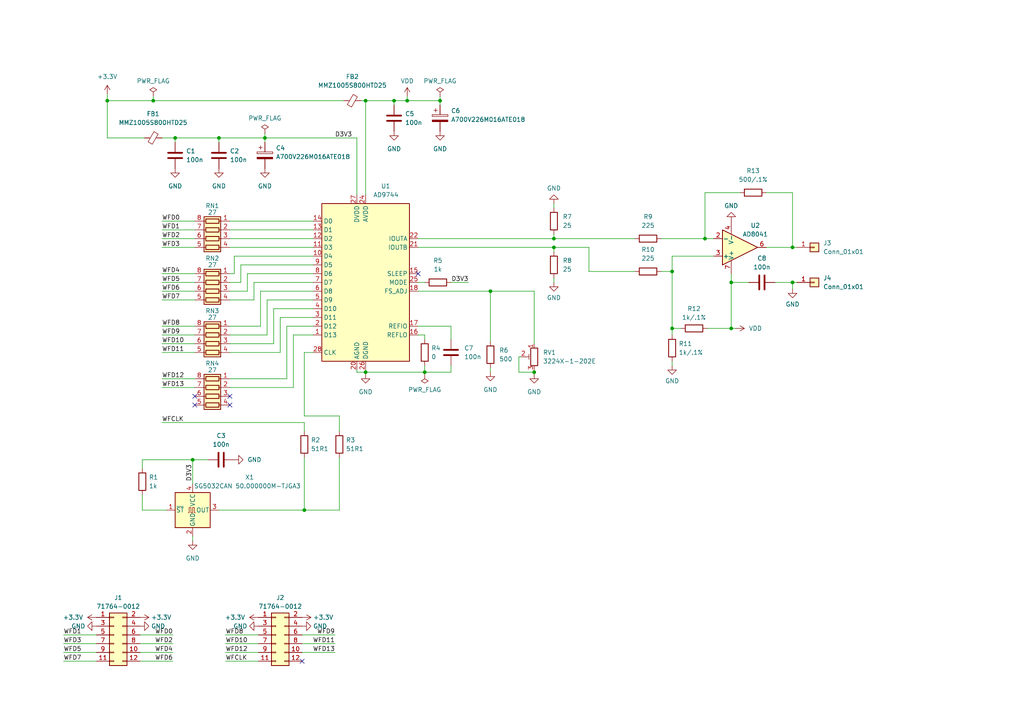
<source format=kicad_sch>
(kicad_sch (version 20230121) (generator eeschema)
  (paper "A4")
  (lib_symbols
    (symbol "Amplifier_Operational:AD8001AR" (pin_names (offset 0.127))
      (property "Reference" "U" (at 0 6.35 0))
      (property "Value" "AD8001AR" (at 0 3.81 0))
      (symbol "AD8001AR_0_1"
        (polyline (pts (xy -5.08 5.08) (xy 5.08 0) (xy -5.08 -5.08) (xy -5.08 5.08)) (stroke (width 0.254)) (fill (type background)))
      )
      (symbol "AD8001AR_1_1"
        (pin no_connect line (at -2.54 2.54 270) (length 2.54) hide (name "NC") (number "1"))
        (pin input line (at -7.62 -2.54 0) (length 2.54) (name "-") (number "2"))
        (pin input line (at -7.62 2.54 0) (length 2.54) (name "+") (number "3"))
        (pin power_in line (at -2.54 -7.62 90) (length 3.81) (name "V-") (number "4"))
        (pin no_connect line (at 0 2.54 270) (length 2.54) hide (name "NC") (number "5"))
        (pin output line (at 7.62 0 180) (length 2.54) (name "~") (number "6"))
        (pin power_in line (at -2.54 7.62 270) (length 3.81) (name "V+") (number "7"))
        (pin no_connect line (at 0 -2.54 90) (length 2.54) hide (name "NC") (number "8"))
      )
    )
    (symbol "Analog_DAC:AD9744"
      (property "Reference" "U" (at -10.16 -24.13 0))
      (property "Value" "AD9744" (at 7.62 24.13 0))
      (symbol "AD9744_0_1"
        (rectangle (start 12.7 22.86) (end -12.7 -22.86) (stroke (width 0.254)) (fill (type background)))
      )
      (symbol "AD9744_1_1"
        (pin input line (at -15.24 -15.24 0) (length 2.54) (name "D13") (number "1"))
        (pin input line (at -15.24 7.62 0) (length 2.54) (name "D4") (number "10"))
        (pin input line (at -15.24 10.16 0) (length 2.54) (name "D3") (number "11"))
        (pin input line (at -15.24 12.7 0) (length 2.54) (name "D2") (number "12"))
        (pin input line (at -15.24 15.24 0) (length 2.54) (name "D1") (number "13"))
        (pin input line (at -15.24 17.78 0) (length 2.54) (name "D0") (number "14"))
        (pin input line (at 15.24 2.54 180) (length 2.54) (name "SLEEP") (number "15"))
        (pin input line (at 15.24 -15.24 180) (length 2.54) (name "REFLO") (number "16"))
        (pin input line (at 15.24 -12.7 180) (length 2.54) (name "REFIO") (number "17"))
        (pin input line (at 15.24 -2.54 180) (length 2.54) (name "FS_ADJ") (number "18"))
        (pin input line (at -15.24 -12.7 0) (length 2.54) (name "D12") (number "2"))
        (pin power_in line (at -2.54 -25.4 90) (length 2.54) (name "AGND") (number "20"))
        (pin output line (at 15.24 10.16 180) (length 2.54) (name "IOUTB") (number "21"))
        (pin output line (at 15.24 12.7 180) (length 2.54) (name "IOUTA") (number "22"))
        (pin power_in line (at 0 25.4 270) (length 2.54) (name "AVDD") (number "24"))
        (pin input line (at 15.24 0 180) (length 2.54) (name "MODE") (number "25"))
        (pin power_in line (at 0 -25.4 90) (length 2.54) (name "DGND") (number "26"))
        (pin power_in line (at -2.54 25.4 270) (length 2.54) (name "DVDD") (number "27"))
        (pin input line (at -15.24 -20.32 0) (length 2.54) (name "CLK") (number "28"))
        (pin input line (at -15.24 -10.16 0) (length 2.54) (name "D11") (number "3"))
        (pin input line (at -15.24 -7.62 0) (length 2.54) (name "D10") (number "4"))
        (pin input line (at -15.24 -5.08 0) (length 2.54) (name "D9") (number "5"))
        (pin input line (at -15.24 -2.54 0) (length 2.54) (name "D8") (number "6"))
        (pin input line (at -15.24 0 0) (length 2.54) (name "D7") (number "7"))
        (pin input line (at -15.24 2.54 0) (length 2.54) (name "D6") (number "8"))
        (pin input line (at -15.24 5.08 0) (length 2.54) (name "D5") (number "9"))
      )
    )
    (symbol "Connector_Generic:Conn_01x01" (pin_names (offset 1.016) hide)
      (property "Reference" "J" (at 0 2.54 0))
      (property "Value" "Conn_01x01" (at 0 -2.54 0))
      (symbol "Conn_01x01_1_1"
        (rectangle (start -1.27 0.127) (end 0 -0.127) (stroke (width 0.1524)))
        (rectangle (start -1.27 1.27) (end 1.27 -1.27) (stroke (width 0.254)) (fill (type background)))
        (pin passive line (at -5.08 0 0) (length 3.81) (name "Pin_1") (number "1"))
      )
    )
    (symbol "Connector_Generic:Conn_02x06_Odd_Even" (pin_names (offset 1.016) hide)
      (property "Reference" "J" (at 1.27 7.62 0))
      (property "Value" "Conn_02x06_Odd_Even" (at 1.27 -10.16 0))
      (symbol "Conn_02x06_Odd_Even_1_1"
        (rectangle (start -1.27 -7.493) (end 0 -7.747) (stroke (width 0.1524)))
        (rectangle (start -1.27 -4.953) (end 0 -5.207) (stroke (width 0.1524)))
        (rectangle (start -1.27 -2.413) (end 0 -2.667) (stroke (width 0.1524)))
        (rectangle (start -1.27 0.127) (end 0 -0.127) (stroke (width 0.1524)))
        (rectangle (start -1.27 2.667) (end 0 2.413) (stroke (width 0.1524)))
        (rectangle (start -1.27 5.207) (end 0 4.953) (stroke (width 0.1524)))
        (rectangle (start -1.27 6.35) (end 3.81 -8.89) (stroke (width 0.254)) (fill (type background)))
        (rectangle (start 3.81 -7.493) (end 2.54 -7.747) (stroke (width 0.1524)))
        (rectangle (start 3.81 -4.953) (end 2.54 -5.207) (stroke (width 0.1524)))
        (rectangle (start 3.81 -2.413) (end 2.54 -2.667) (stroke (width 0.1524)))
        (rectangle (start 3.81 0.127) (end 2.54 -0.127) (stroke (width 0.1524)))
        (rectangle (start 3.81 2.667) (end 2.54 2.413) (stroke (width 0.1524)))
        (rectangle (start 3.81 5.207) (end 2.54 4.953) (stroke (width 0.1524)))
        (pin passive line (at -5.08 5.08 0) (length 3.81) (name "Pin_1") (number "1"))
        (pin passive line (at 7.62 -5.08 180) (length 3.81) (name "Pin_10") (number "10"))
        (pin passive line (at -5.08 -7.62 0) (length 3.81) (name "Pin_11") (number "11"))
        (pin passive line (at 7.62 -7.62 180) (length 3.81) (name "Pin_12") (number "12"))
        (pin passive line (at 7.62 5.08 180) (length 3.81) (name "Pin_2") (number "2"))
        (pin passive line (at -5.08 2.54 0) (length 3.81) (name "Pin_3") (number "3"))
        (pin passive line (at 7.62 2.54 180) (length 3.81) (name "Pin_4") (number "4"))
        (pin passive line (at -5.08 0 0) (length 3.81) (name "Pin_5") (number "5"))
        (pin passive line (at 7.62 0 180) (length 3.81) (name "Pin_6") (number "6"))
        (pin passive line (at -5.08 -2.54 0) (length 3.81) (name "Pin_7") (number "7"))
        (pin passive line (at 7.62 -2.54 180) (length 3.81) (name "Pin_8") (number "8"))
        (pin passive line (at -5.08 -5.08 0) (length 3.81) (name "Pin_9") (number "9"))
      )
    )
    (symbol "Device:C" (pin_numbers hide) (pin_names (offset 0.254))
      (property "Reference" "C" (at 0.635 2.54 0))
      (property "Value" "C" (at 0.635 -2.54 0))
      (symbol "C_0_1"
        (polyline (pts (xy -2.032 -0.762) (xy 2.032 -0.762)) (stroke (width 0.508)))
        (polyline (pts (xy -2.032 0.762) (xy 2.032 0.762)) (stroke (width 0.508)))
      )
      (symbol "C_1_1"
        (pin passive line (at 0 3.81 270) (length 2.794) (name "~") (number "1"))
        (pin passive line (at 0 -3.81 90) (length 2.794) (name "~") (number "2"))
      )
    )
    (symbol "Device:C_Polarized" (pin_numbers hide) (pin_names (offset 0.254))
      (property "Reference" "C" (at 0.635 2.54 0))
      (property "Value" "C_Polarized" (at 0.635 -2.54 0))
      (symbol "C_Polarized_0_1"
        (rectangle (start -2.286 0.508) (end 2.286 1.016))
        (polyline (pts (xy -1.778 2.286) (xy -0.762 2.286)))
        (polyline (pts (xy -1.27 2.794) (xy -1.27 1.778)))
        (rectangle (start 2.286 -0.508) (end -2.286 -1.016) (fill (type outline)))
      )
      (symbol "C_Polarized_1_1"
        (pin passive line (at 0 3.81 270) (length 2.794) (name "~") (number "1"))
        (pin passive line (at 0 -3.81 90) (length 2.794) (name "~") (number "2"))
      )
    )
    (symbol "Device:FerriteBead_Small" (pin_numbers hide) (pin_names (offset 0))
      (property "Reference" "FB" (at 1.905 1.27 0))
      (property "Value" "FerriteBead_Small" (at 1.905 -1.27 0))
      (symbol "FerriteBead_Small_0_1"
        (polyline (pts (xy 0 -1.27) (xy 0 -0.7874)))
        (polyline (pts (xy 0 0.889) (xy 0 1.2954)))
        (polyline (pts (xy -1.8288 0.2794) (xy -1.1176 1.4986) (xy 1.8288 -0.2032) (xy 1.1176 -1.4224) (xy -1.8288 0.2794)))
      )
      (symbol "FerriteBead_Small_1_1"
        (pin passive line (at 0 2.54 270) (length 1.27) (name "~") (number "1"))
        (pin passive line (at 0 -2.54 90) (length 1.27) (name "~") (number "2"))
      )
    )
    (symbol "Device:R" (pin_numbers hide) (pin_names (offset 0))
      (property "Reference" "R" (at 2.032 0 90))
      (property "Value" "R" (at 0 0 90))
      (symbol "R_0_1"
        (rectangle (start -1.016 -2.54) (end 1.016 2.54) (stroke (width 0.254)))
      )
      (symbol "R_1_1"
        (pin passive line (at 0 3.81 270) (length 1.27) (name "~") (number "1"))
        (pin passive line (at 0 -3.81 90) (length 1.27) (name "~") (number "2"))
      )
    )
    (symbol "Device:R_Pack04" (pin_names (offset 0) hide)
      (property "Reference" "RN" (at -7.62 0 90))
      (property "Value" "R_Pack04" (at 5.08 0 90))
      (symbol "R_Pack04_0_1"
        (rectangle (start -6.35 -2.413) (end 3.81 2.413) (stroke (width 0.254)) (fill (type background)))
        (rectangle (start -5.715 1.905) (end -4.445 -1.905) (stroke (width 0.254)))
        (rectangle (start -3.175 1.905) (end -1.905 -1.905) (stroke (width 0.254)))
        (rectangle (start -0.635 1.905) (end 0.635 -1.905) (stroke (width 0.254)))
        (polyline (pts (xy -5.08 -2.54) (xy -5.08 -1.905)))
        (polyline (pts (xy -5.08 1.905) (xy -5.08 2.54)))
        (polyline (pts (xy -2.54 -2.54) (xy -2.54 -1.905)))
        (polyline (pts (xy -2.54 1.905) (xy -2.54 2.54)))
        (polyline (pts (xy 0 -2.54) (xy 0 -1.905)))
        (polyline (pts (xy 0 1.905) (xy 0 2.54)))
        (polyline (pts (xy 2.54 -2.54) (xy 2.54 -1.905)))
        (polyline (pts (xy 2.54 1.905) (xy 2.54 2.54)))
        (rectangle (start 1.905 1.905) (end 3.175 -1.905) (stroke (width 0.254)))
      )
      (symbol "R_Pack04_1_1"
        (pin passive line (at -5.08 -5.08 90) (length 2.54) (name "R1.1") (number "1"))
        (pin passive line (at -2.54 -5.08 90) (length 2.54) (name "R2.1") (number "2"))
        (pin passive line (at 0 -5.08 90) (length 2.54) (name "R3.1") (number "3"))
        (pin passive line (at 2.54 -5.08 90) (length 2.54) (name "R4.1") (number "4"))
        (pin passive line (at 2.54 5.08 270) (length 2.54) (name "R4.2") (number "5"))
        (pin passive line (at 0 5.08 270) (length 2.54) (name "R3.2") (number "6"))
        (pin passive line (at -2.54 5.08 270) (length 2.54) (name "R2.2") (number "7"))
        (pin passive line (at -5.08 5.08 270) (length 2.54) (name "R1.2") (number "8"))
      )
    )
    (symbol "Device:R_Potentiometer_Trim" (pin_names (offset 1.016) hide)
      (property "Reference" "RV" (at -4.445 0 90))
      (property "Value" "R_Potentiometer_Trim" (at -2.54 0 90))
      (symbol "R_Potentiometer_Trim_0_1"
        (polyline (pts (xy 1.524 0.762) (xy 1.524 -0.762)))
        (polyline (pts (xy 2.54 0) (xy 1.524 0)))
        (rectangle (start 1.016 2.54) (end -1.016 -2.54) (stroke (width 0.254)))
      )
      (symbol "R_Potentiometer_Trim_1_1"
        (pin passive line (at 0 3.81 270) (length 1.27) (name "1") (number "1"))
        (pin passive line (at 3.81 0 180) (length 1.27) (name "2") (number "2"))
        (pin passive line (at 0 -3.81 90) (length 1.27) (name "3") (number "3"))
      )
    )
    (symbol "Oscillator:SG-5032CAN" (pin_names (offset 0.254))
      (property "Reference" "X" (at -5.08 6.35 0))
      (property "Value" "SG-5032CAN" (at 1.27 -6.35 0))
      (symbol "SG-5032CAN_0_1"
        (rectangle (start -5.08 5.08) (end 5.08 -5.08) (stroke (width 0.254)) (fill (type background)))
        (polyline (pts (xy -1.27 -0.762) (xy -1.016 -0.762) (xy -1.016 0.762) (xy -0.508 0.762) (xy -0.508 -0.762) (xy 0 -0.762) (xy 0 0.762) (xy 0.508 0.762) (xy 0.508 -0.762) (xy 0.762 -0.762)))
      )
      (symbol "SG-5032CAN_1_1"
        (pin input line (at -7.62 0 0) (length 2.54) (name "~{ST}") (number "1"))
        (pin power_in line (at 0 -7.62 90) (length 2.54) (name "GND") (number "2"))
        (pin output line (at 7.62 0 180) (length 2.54) (name "OUT") (number "3"))
        (pin power_in line (at 0 7.62 270) (length 2.54) (name "VCC") (number "4"))
      )
    )
    (symbol "power:+3.3V" (power) (pin_names (offset 0))
      (property "Value" "+3.3V" (at 0 3.556 0))
      (symbol "+3.3V_0_1"
        (polyline (pts (xy -0.762 1.27) (xy 0 2.54)))
        (polyline (pts (xy 0 0) (xy 0 2.54)))
        (polyline (pts (xy 0 2.54) (xy 0.762 1.27)))
      )
      (symbol "+3.3V_1_1"
        (pin power_in line (at 0 0 90) (length 0) hide (name "+3.3V") (number "1"))
      )
    )
    (symbol "power:GND" (power) (pin_names (offset 0))
      (property "Value" "GND" (at 0 -3.81 0))
      (symbol "GND_0_1"
        (polyline (pts (xy 0 0) (xy 0 -1.27) (xy 1.27 -1.27) (xy 0 -2.54) (xy -1.27 -1.27) (xy 0 -1.27)))
      )
      (symbol "GND_1_1"
        (pin power_in line (at 0 0 270) (length 0) hide (name "GND") (number "1"))
      )
    )
    (symbol "power:PWR_FLAG" (power) (pin_numbers hide) (pin_names (offset 0) hide)
      (property "Value" "PWR_FLAG" (at 0 3.81 0))
      (symbol "PWR_FLAG_0_0"
        (pin power_out line (at 0 0 90) (length 0) (name "pwr") (number "1"))
      )
      (symbol "PWR_FLAG_0_1"
        (polyline (pts (xy 0 0) (xy 0 1.27) (xy -1.016 1.905) (xy 0 2.54) (xy 1.016 1.905) (xy 0 1.27)))
      )
    )
    (symbol "power:VDD" (power) (pin_names (offset 0))
      (property "Value" "VDD" (at 0 3.81 0))
      (symbol "VDD_0_1"
        (polyline (pts (xy -0.762 1.27) (xy 0 2.54)))
        (polyline (pts (xy 0 0) (xy 0 2.54)))
        (polyline (pts (xy 0 2.54) (xy 0.762 1.27)))
      )
      (symbol "VDD_1_1"
        (pin power_in line (at 0 0 90) (length 0) hide (name "VDD") (number "1"))
      )
    )
  )
  (junction (at 123.19 107.95))
  (junction (at 31.115 29.21))
  (junction (at 88.265 147.955))
  (junction (at 118.11 29.21))
  (junction (at 76.835 40.005))
  (junction (at 127.635 29.21))
  (junction (at 106.045 29.21))
  (junction (at 44.45 29.21))
  (junction (at 229.87 71.755))
  (junction (at 160.655 69.215))
  (junction (at 63.5 40.005))
  (junction (at 154.94 107.95))
  (junction (at 229.87 81.915))
  (junction (at 194.945 78.74))
  (junction (at 160.655 71.755))
  (junction (at 114.3 29.21))
  (junction (at 55.88 133.35))
  (junction (at 106.045 107.95))
  (junction (at 50.8 40.005))
  (junction (at 212.09 95.25))
  (junction (at 142.24 84.455))
  (junction (at 194.945 95.25))
  (junction (at 204.47 69.215))
  (junction (at 212.09 81.915))
  (no_connect (at 56.515 114.935))
  (no_connect (at 66.675 117.475))
  (no_connect (at 66.675 114.935))
  (no_connect (at 56.515 117.475))
  (no_connect (at 87.63 191.77))
  (no_connect (at 121.285 79.375))
  (wire (pts (xy 123.19 107.95) (xy 130.81 107.95)))
  (wire (pts (xy 123.19 97.155) (xy 121.285 97.155)))
  (wire (pts (xy 121.285 94.615) (xy 130.81 94.615)))
  (wire (pts (xy 41.275 147.955) (xy 41.275 143.51)))
  (wire (pts (xy 63.5 40.005) (xy 63.5 41.275)))
  (wire (pts (xy 31.115 29.21) (xy 31.115 40.005)))
  (wire (pts (xy 118.11 27.94) (xy 118.11 29.21)))
  (wire (pts (xy 46.99 112.395) (xy 56.515 112.395)))
  (wire (pts (xy 98.425 125.095) (xy 98.425 120.65)))
  (wire (pts (xy 98.425 120.65) (xy 88.265 120.65)))
  (wire (pts (xy 46.99 86.995) (xy 56.515 86.995)))
  (wire (pts (xy 194.945 104.775) (xy 194.945 106.045)))
  (wire (pts (xy 154.94 107.95) (xy 154.94 108.585)))
  (wire (pts (xy 18.415 184.15) (xy 27.94 184.15)))
  (wire (pts (xy 123.19 107.95) (xy 123.19 106.045)))
  (wire (pts (xy 224.79 81.915) (xy 229.87 81.915)))
  (wire (pts (xy 97.155 184.15) (xy 87.63 184.15)))
  (wire (pts (xy 67.945 79.375) (xy 67.945 74.295)))
  (wire (pts (xy 130.81 107.95) (xy 130.81 106.045)))
  (wire (pts (xy 103.505 56.515) (xy 103.505 40.005)))
  (wire (pts (xy 44.45 29.21) (xy 31.115 29.21)))
  (wire (pts (xy 170.815 71.755) (xy 160.655 71.755)))
  (wire (pts (xy 66.675 69.215) (xy 90.805 69.215)))
  (wire (pts (xy 46.99 122.555) (xy 88.265 122.555)))
  (wire (pts (xy 46.99 94.615) (xy 56.515 94.615)))
  (wire (pts (xy 151.13 103.505) (xy 150.495 103.505)))
  (wire (pts (xy 69.85 81.915) (xy 69.85 76.835)))
  (wire (pts (xy 50.165 191.77) (xy 40.64 191.77)))
  (wire (pts (xy 76.835 40.005) (xy 103.505 40.005)))
  (wire (pts (xy 71.755 84.455) (xy 71.755 79.375)))
  (wire (pts (xy 106.045 29.21) (xy 104.775 29.21)))
  (wire (pts (xy 106.045 29.21) (xy 114.3 29.21)))
  (wire (pts (xy 142.24 84.455) (xy 121.285 84.455)))
  (wire (pts (xy 130.81 98.425) (xy 130.81 94.615)))
  (wire (pts (xy 81.28 102.235) (xy 81.28 92.075)))
  (wire (pts (xy 229.87 71.755) (xy 231.14 71.755)))
  (wire (pts (xy 142.24 106.68) (xy 142.24 107.95)))
  (wire (pts (xy 63.5 40.005) (xy 76.835 40.005)))
  (wire (pts (xy 150.495 103.505) (xy 150.495 107.95)))
  (wire (pts (xy 83.185 109.855) (xy 83.185 94.615)))
  (wire (pts (xy 18.415 191.77) (xy 27.94 191.77)))
  (wire (pts (xy 127.635 29.21) (xy 127.635 30.48)))
  (wire (pts (xy 229.87 83.82) (xy 229.87 81.915)))
  (wire (pts (xy 65.405 186.69) (xy 74.93 186.69)))
  (wire (pts (xy 44.45 27.94) (xy 44.45 29.21)))
  (wire (pts (xy 66.675 112.395) (xy 85.09 112.395)))
  (wire (pts (xy 46.99 64.135) (xy 56.515 64.135)))
  (wire (pts (xy 106.045 107.95) (xy 123.19 107.95)))
  (wire (pts (xy 212.09 79.375) (xy 212.09 81.915)))
  (wire (pts (xy 66.675 102.235) (xy 81.28 102.235)))
  (wire (pts (xy 90.805 102.235) (xy 88.265 102.235)))
  (wire (pts (xy 79.375 89.535) (xy 90.805 89.535)))
  (wire (pts (xy 160.655 80.645) (xy 160.655 81.915)))
  (wire (pts (xy 50.165 184.15) (xy 40.64 184.15)))
  (wire (pts (xy 46.99 66.675) (xy 56.515 66.675)))
  (wire (pts (xy 97.155 186.69) (xy 87.63 186.69)))
  (wire (pts (xy 191.77 78.74) (xy 194.945 78.74)))
  (wire (pts (xy 160.655 69.215) (xy 184.15 69.215)))
  (wire (pts (xy 83.185 94.615) (xy 90.805 94.615)))
  (wire (pts (xy 41.275 135.89) (xy 41.275 133.35)))
  (wire (pts (xy 121.285 69.215) (xy 160.655 69.215)))
  (wire (pts (xy 114.3 29.21) (xy 118.11 29.21)))
  (wire (pts (xy 48.26 147.955) (xy 41.275 147.955)))
  (wire (pts (xy 191.77 69.215) (xy 204.47 69.215)))
  (wire (pts (xy 76.835 38.735) (xy 76.835 40.005)))
  (wire (pts (xy 229.87 81.915) (xy 231.14 81.915)))
  (wire (pts (xy 46.99 71.755) (xy 56.515 71.755)))
  (wire (pts (xy 66.675 66.675) (xy 90.805 66.675)))
  (wire (pts (xy 204.47 55.88) (xy 204.47 69.215)))
  (wire (pts (xy 50.8 40.005) (xy 63.5 40.005)))
  (wire (pts (xy 18.415 186.69) (xy 27.94 186.69)))
  (wire (pts (xy 67.945 74.295) (xy 90.805 74.295)))
  (wire (pts (xy 77.47 86.995) (xy 90.805 86.995)))
  (wire (pts (xy 130.81 81.915) (xy 135.89 81.915)))
  (wire (pts (xy 65.405 184.15) (xy 74.93 184.15)))
  (wire (pts (xy 123.19 98.425) (xy 123.19 97.155)))
  (wire (pts (xy 118.11 29.21) (xy 127.635 29.21)))
  (wire (pts (xy 66.675 71.755) (xy 90.805 71.755)))
  (wire (pts (xy 150.495 107.95) (xy 154.94 107.95)))
  (wire (pts (xy 66.675 99.695) (xy 79.375 99.695)))
  (wire (pts (xy 88.265 120.65) (xy 88.265 102.235)))
  (wire (pts (xy 46.99 99.695) (xy 56.515 99.695)))
  (wire (pts (xy 222.25 71.755) (xy 229.87 71.755)))
  (wire (pts (xy 184.15 78.74) (xy 170.815 78.74)))
  (wire (pts (xy 46.99 97.155) (xy 56.515 97.155)))
  (wire (pts (xy 63.5 147.955) (xy 88.265 147.955)))
  (wire (pts (xy 66.675 109.855) (xy 83.185 109.855)))
  (wire (pts (xy 154.94 84.455) (xy 142.24 84.455)))
  (wire (pts (xy 65.405 191.77) (xy 74.93 191.77)))
  (wire (pts (xy 160.655 67.945) (xy 160.655 69.215)))
  (wire (pts (xy 66.675 84.455) (xy 71.755 84.455)))
  (wire (pts (xy 75.565 84.455) (xy 90.805 84.455)))
  (wire (pts (xy 46.99 40.005) (xy 50.8 40.005)))
  (wire (pts (xy 73.66 86.995) (xy 73.66 81.915)))
  (wire (pts (xy 66.675 79.375) (xy 67.945 79.375)))
  (wire (pts (xy 50.165 186.69) (xy 40.64 186.69)))
  (wire (pts (xy 142.24 84.455) (xy 142.24 99.06)))
  (wire (pts (xy 103.505 107.95) (xy 103.505 107.315)))
  (wire (pts (xy 121.285 81.915) (xy 123.19 81.915)))
  (wire (pts (xy 88.265 147.955) (xy 88.265 132.715)))
  (wire (pts (xy 77.47 97.155) (xy 77.47 86.995)))
  (wire (pts (xy 55.88 155.575) (xy 55.88 156.845)))
  (wire (pts (xy 71.755 79.375) (xy 90.805 79.375)))
  (wire (pts (xy 76.835 40.005) (xy 76.835 41.275)))
  (wire (pts (xy 194.945 95.25) (xy 197.485 95.25)))
  (wire (pts (xy 88.265 147.955) (xy 98.425 147.955)))
  (wire (pts (xy 170.815 78.74) (xy 170.815 71.755)))
  (wire (pts (xy 106.045 107.315) (xy 106.045 107.95)))
  (wire (pts (xy 46.99 79.375) (xy 56.515 79.375)))
  (wire (pts (xy 60.325 133.35) (xy 55.88 133.35)))
  (wire (pts (xy 50.8 40.005) (xy 50.8 41.275)))
  (wire (pts (xy 46.99 109.855) (xy 56.515 109.855)))
  (wire (pts (xy 154.94 107.95) (xy 154.94 107.315)))
  (wire (pts (xy 31.115 40.005) (xy 41.91 40.005)))
  (wire (pts (xy 106.045 107.95) (xy 106.045 108.585)))
  (wire (pts (xy 81.28 92.075) (xy 90.805 92.075)))
  (wire (pts (xy 212.09 81.915) (xy 212.09 95.25)))
  (wire (pts (xy 114.3 29.21) (xy 114.3 30.48)))
  (wire (pts (xy 217.17 81.915) (xy 212.09 81.915)))
  (wire (pts (xy 50.165 189.23) (xy 40.64 189.23)))
  (wire (pts (xy 73.66 81.915) (xy 90.805 81.915)))
  (wire (pts (xy 41.275 133.35) (xy 55.88 133.35)))
  (wire (pts (xy 31.115 27.305) (xy 31.115 29.21)))
  (wire (pts (xy 212.09 95.25) (xy 213.36 95.25)))
  (wire (pts (xy 99.695 29.21) (xy 44.45 29.21)))
  (wire (pts (xy 55.88 133.35) (xy 55.88 140.335)))
  (wire (pts (xy 75.565 94.615) (xy 75.565 84.455)))
  (wire (pts (xy 85.09 112.395) (xy 85.09 97.155)))
  (wire (pts (xy 106.045 29.21) (xy 106.045 56.515)))
  (wire (pts (xy 85.09 97.155) (xy 90.805 97.155)))
  (wire (pts (xy 160.655 60.325) (xy 160.655 59.055)))
  (wire (pts (xy 46.99 84.455) (xy 56.515 84.455)))
  (wire (pts (xy 97.155 189.23) (xy 87.63 189.23)))
  (wire (pts (xy 18.415 189.23) (xy 27.94 189.23)))
  (wire (pts (xy 106.045 107.95) (xy 103.505 107.95)))
  (wire (pts (xy 160.655 71.755) (xy 121.285 71.755)))
  (wire (pts (xy 154.94 99.695) (xy 154.94 84.455)))
  (wire (pts (xy 204.47 55.88) (xy 214.63 55.88)))
  (wire (pts (xy 205.105 95.25) (xy 212.09 95.25)))
  (wire (pts (xy 194.945 95.25) (xy 194.945 97.155)))
  (wire (pts (xy 88.265 125.095) (xy 88.265 122.555)))
  (wire (pts (xy 79.375 99.695) (xy 79.375 89.535)))
  (wire (pts (xy 127.635 27.94) (xy 127.635 29.21)))
  (wire (pts (xy 194.945 78.74) (xy 194.945 95.25)))
  (wire (pts (xy 160.655 71.755) (xy 160.655 73.025)))
  (wire (pts (xy 46.99 102.235) (xy 56.515 102.235)))
  (wire (pts (xy 204.47 69.215) (xy 207.01 69.215)))
  (wire (pts (xy 123.19 107.95) (xy 123.19 108.585)))
  (wire (pts (xy 66.675 86.995) (xy 73.66 86.995)))
  (wire (pts (xy 66.675 97.155) (xy 77.47 97.155)))
  (wire (pts (xy 222.25 55.88) (xy 229.87 55.88)))
  (wire (pts (xy 66.675 81.915) (xy 69.85 81.915)))
  (wire (pts (xy 66.675 64.135) (xy 90.805 64.135)))
  (wire (pts (xy 46.99 69.215) (xy 56.515 69.215)))
  (wire (pts (xy 98.425 147.955) (xy 98.425 132.715)))
  (wire (pts (xy 66.675 94.615) (xy 75.565 94.615)))
  (wire (pts (xy 207.01 74.295) (xy 194.945 74.295)))
  (wire (pts (xy 46.99 81.915) (xy 56.515 81.915)))
  (wire (pts (xy 65.405 189.23) (xy 74.93 189.23)))
  (wire (pts (xy 229.87 55.88) (xy 229.87 71.755)))
  (wire (pts (xy 69.85 76.835) (xy 90.805 76.835)))
  (wire (pts (xy 194.945 74.295) (xy 194.945 78.74)))
  (label "WFD9" (at 46.99 97.155 0))
  (label "WFD1" (at 18.415 184.15 0))
  (label "WFD0" (at 50.165 184.15 180))
  (label "WFD3" (at 18.415 186.69 0))
  (label "WFD7" (at 46.99 86.995 0))
  (label "WFD12" (at 65.405 189.23 0))
  (label "WFD0" (at 46.99 64.135 0))
  (label "WFD6" (at 46.99 84.455 0))
  (label "D3V3" (at 55.88 134.62 270))
  (label "D3V3" (at 135.89 81.915 180))
  (label "WFD3" (at 46.99 71.755 0))
  (label "WFD11" (at 97.155 186.69 180))
  (label "WFD6" (at 50.165 191.77 180))
  (label "WFCLK" (at 65.405 191.77 0))
  (label "WFD10" (at 46.99 99.695 0))
  (label "WFD5" (at 46.99 81.915 0))
  (label "WFD2" (at 50.165 186.69 180))
  (label "WFCLK" (at 46.99 122.555 0))
  (label "WFD13" (at 46.99 112.395 0))
  (label "WFD12" (at 46.99 109.855 0))
  (label "WFD4" (at 46.99 79.375 0))
  (label "WFD5" (at 18.415 189.23 0))
  (label "WFD13" (at 97.155 189.23 180))
  (label "WFD7" (at 18.415 191.77 0))
  (label "WFD2" (at 46.99 69.215 0))
  (label "WFD8" (at 65.405 184.15 0))
  (label "WFD9" (at 97.155 184.15 180))
  (label "WFD1" (at 46.99 66.675 0))
  (label "D3V3" (at 97.155 40.005 0))
  (label "WFD8" (at 46.99 94.615 0))
  (label "WFD11" (at 46.99 102.235 0))
  (label "WFD10" (at 65.405 186.69 0))
  (label "WFD4" (at 50.165 189.23 180))
  (symbol (lib_id "Device:R_Pack04") (at 61.595 84.455 90) (mirror x) (unit 1)
    (property "Reference" "RN2" (at 61.595 74.93 90))
    (property "Value" "27" (at 61.595 76.835 90))
    (property "Footprint" "Resistor_SMD:R_Array_Concave_4x0603" (effects hide))
  )
  (symbol (lib_id "power:GND") (at 27.94 181.61 270) (mirror x) (unit 1)
    (property "Reference" "#PWR02" (effects hide))
    (property "Value" "GND" (at 24.765 181.61 90) (effects (justify right)))
  )
  (symbol (lib_id "Device:FerriteBead_Small") (at 102.235 29.21 90) (unit 1)
    (property "Reference" "FB2" (at 102.1969 22.225 90))
    (property "Value" "MMZ1005S800HTD25" (at 102.1969 24.765 90))
    (property "Footprint" "Inductor_SMD:L_0805_2012Metric_Pad1.15x1.40mm_HandSolder" (effects hide))
  )
  (symbol (lib_id "power:VDD") (at 213.36 95.25 270) (unit 1)
    (property "Reference" "#PWR025" (effects hide))
    (property "Value" "VDD" (at 217.17 95.25 90) (effects (justify left)))
  )
  (symbol (lib_id "power:+3.3V") (at 40.64 179.07 270) (mirror x) (unit 1)
    (property "Reference" "#PWR04" (effects hide))
    (property "Value" "+3.3V" (at 43.815 179.07 90) (effects (justify left)))
  )
  (symbol (lib_id "Device:R") (at 160.655 64.135 0) (unit 1)
    (property "Reference" "R7" (at 163.195 62.865 0) (effects (justify left)))
    (property "Value" "25" (at 163.195 65.405 0) (effects (justify left)))
    (property "Footprint" "Resistor_SMD:R_0603_1608Metric_Pad0.98x0.95mm_HandSolder" (effects hide))
  )
  (symbol (lib_id "power:GND") (at 229.87 83.82 0) (unit 1)
    (property "Reference" "#PWR026" (effects hide))
    (property "Value" "GND" (at 229.87 88.265 0))
  )
  (symbol (lib_id "power:+3.3V") (at 87.63 179.07 270) (mirror x) (unit 1)
    (property "Reference" "#PWR013" (effects hide))
    (property "Value" "+3.3V" (at 90.805 179.07 90) (effects (justify left)))
  )
  (symbol (lib_id "Device:C") (at 130.81 102.235 0) (unit 1)
    (property "Reference" "C7" (at 134.62 100.965 0) (effects (justify left)))
    (property "Value" "100n" (at 134.62 103.505 0) (effects (justify left)))
    (property "Footprint" "Capacitor_SMD:C_0603_1608Metric_Pad1.08x0.95mm_HandSolder" (effects hide))
  )
  (symbol (lib_id "Device:C") (at 63.5 45.085 0) (unit 1)
    (property "Reference" "C2" (at 66.675 43.815 0) (effects (justify left)))
    (property "Value" "100n" (at 66.675 46.355 0) (effects (justify left)))
    (property "Footprint" "Capacitor_SMD:C_0603_1608Metric_Pad1.08x0.95mm_HandSolder" (effects hide))
  )
  (symbol (lib_id "Analog_DAC:AD9744") (at 106.045 81.915 0) (unit 1)
    (property "Reference" "U1" (at 110.49 53.975 0) (effects (justify left)))
    (property "Value" "AD9744" (at 108.2391 56.515 0) (effects (justify left)))
    (property "Footprint" "Package_SO:TSSOP-28_4.4x9.7mm_P0.65mm" (effects hide))
    (property "Datasheet" "https://www.analog.com/media/en/technical-documentation/data-sheets/AD9744.pdf" (effects hide))
  )
  (symbol (lib_id "power:GND") (at 74.93 181.61 270) (mirror x) (unit 1)
    (property "Reference" "#PWR011" (effects hide))
    (property "Value" "GND" (at 71.755 181.61 90) (effects (justify right)))
  )
  (symbol (lib_id "power:PWR_FLAG") (at 123.19 108.585 180) (unit 1)
    (property "Reference" "#FLG03" (effects hide))
    (property "Value" "PWR_FLAG" (at 123.19 113.03 0))
  )
  (symbol (lib_id "Device:R_Pack04") (at 61.595 69.215 90) (mirror x) (unit 1)
    (property "Reference" "RN1" (at 61.595 59.69 90))
    (property "Value" "27" (at 61.595 61.595 90))
    (property "Footprint" "Resistor_SMD:R_Array_Concave_4x0603" (effects hide))
  )
  (symbol (lib_id "Device:R") (at 187.96 78.74 90) (unit 1)
    (property "Reference" "R10" (at 187.96 72.39 90))
    (property "Value" "225" (at 187.96 74.93 90))
    (property "Footprint" "Resistor_SMD:R_0603_1608Metric_Pad0.98x0.95mm_HandSolder" (effects hide))
  )
  (symbol (lib_id "power:+3.3V") (at 27.94 179.07 90) (mirror x) (unit 1)
    (property "Reference" "#PWR01" (effects hide))
    (property "Value" "+3.3V" (at 24.13 179.07 90) (effects (justify left)))
  )
  (symbol (lib_id "power:GND") (at 63.5 48.895 0) (unit 1)
    (property "Reference" "#PWR08" (effects hide))
    (property "Value" "GND" (at 63.5 53.975 0))
  )
  (symbol (lib_id "power:GND") (at 40.64 181.61 90) (mirror x) (unit 1)
    (property "Reference" "#PWR05" (effects hide))
    (property "Value" "GND" (at 43.815 181.61 90) (effects (justify right)))
  )
  (symbol (lib_id "power:GND") (at 160.655 59.055 180) (unit 1)
    (property "Reference" "#PWR021" (effects hide))
    (property "Value" "GND" (at 160.655 54.61 0))
  )
  (symbol (lib_id "Device:FerriteBead_Small") (at 44.45 40.005 90) (unit 1)
    (property "Reference" "FB1" (at 44.4119 33.02 90))
    (property "Value" "MMZ1005S800HTD25" (at 44.4119 35.56 90))
    (property "Footprint" "Inductor_SMD:L_0805_2012Metric_Pad1.15x1.40mm_HandSolder" (effects hide))
  )
  (symbol (lib_id "Device:R_Pack04") (at 61.595 114.935 90) (mirror x) (unit 1)
    (property "Reference" "RN4" (at 61.595 105.41 90))
    (property "Value" "27" (at 61.595 107.315 90))
    (property "Footprint" "Resistor_SMD:R_Array_Concave_4x0603" (effects hide))
  )
  (symbol (lib_id "power:VDD") (at 118.11 27.94 0) (unit 1)
    (property "Reference" "#PWR017" (effects hide))
    (property "Value" "VDD" (at 118.11 23.495 0))
  )
  (symbol (lib_id "power:GND") (at 87.63 181.61 90) (mirror x) (unit 1)
    (property "Reference" "#PWR014" (effects hide))
    (property "Value" "GND" (at 90.805 181.61 90) (effects (justify right)))
  )
  (symbol (lib_id "Device:R") (at 127 81.915 90) (unit 1)
    (property "Reference" "R5" (at 127 75.565 90))
    (property "Value" "1k" (at 127 78.105 90))
    (property "Footprint" "Resistor_SMD:R_0603_1608Metric_Pad0.98x0.95mm_HandSolder" (effects hide))
  )
  (symbol (lib_id "power:GND") (at 114.3 38.1 0) (unit 1)
    (property "Reference" "#PWR016" (effects hide))
    (property "Value" "GND" (at 114.3 43.18 0))
  )
  (symbol (lib_id "power:GND") (at 160.655 81.915 0) (unit 1)
    (property "Reference" "#PWR022" (effects hide))
    (property "Value" "GND" (at 160.655 86.36 0))
  )
  (symbol (lib_id "Device:R") (at 88.265 128.905 0) (unit 1)
    (property "Reference" "R2" (at 90.17 127.635 0) (effects (justify left)))
    (property "Value" "51R1" (at 90.17 130.175 0) (effects (justify left)))
    (property "Footprint" "Resistor_SMD:R_0603_1608Metric_Pad0.98x0.95mm_HandSolder" (effects hide))
  )
  (symbol (lib_id "Device:C") (at 114.3 34.29 0) (unit 1)
    (property "Reference" "C5" (at 117.475 33.02 0) (effects (justify left)))
    (property "Value" "100n" (at 117.475 35.56 0) (effects (justify left)))
    (property "Footprint" "Capacitor_SMD:C_0603_1608Metric_Pad1.08x0.95mm_HandSolder" (effects hide))
  )
  (symbol (lib_id "Connector_Generic:Conn_01x01") (at 236.22 71.755 0) (unit 1)
    (property "Reference" "J3" (at 238.76 70.485 0) (effects (justify left)))
    (property "Value" "Conn_01x01" (at 238.76 73.025 0) (effects (justify left)))
    (property "Footprint" "Connector_PinHeader_2.54mm:PinHeader_1x01_P2.54mm_Vertical" (effects hide))
  )
  (symbol (lib_id "Device:C") (at 220.98 81.915 90) (unit 1)
    (property "Reference" "C8" (at 220.98 74.93 90))
    (property "Value" "100n" (at 220.98 77.47 90))
    (property "Footprint" "Capacitor_SMD:C_0603_1608Metric_Pad1.08x0.95mm_HandSolder" (effects hide))
  )
  (symbol (lib_id "Device:R_Potentiometer_Trim") (at 154.94 103.505 0) (mirror y) (unit 1)
    (property "Reference" "RV1" (at 157.48 102.235 0) (effects (justify right)))
    (property "Value" "3224X-1-202E" (at 157.48 104.775 0) (effects (justify right)))
    (property "Footprint" "Potentiometer_SMD:Potentiometer_Bourns_3224X_Vertical" (effects hide))
  )
  (symbol (lib_id "power:GND") (at 194.945 106.045 0) (unit 1)
    (property "Reference" "#PWR023" (effects hide))
    (property "Value" "GND" (at 194.945 110.49 0))
  )
  (symbol (lib_id "power:PWR_FLAG") (at 127.635 27.94 0) (unit 1)
    (property "Reference" "#FLG04" (effects hide))
    (property "Value" "PWR_FLAG" (at 127.635 23.495 0))
  )
  (symbol (lib_id "power:GND") (at 127.635 38.1 0) (unit 1)
    (property "Reference" "#PWR018" (effects hide))
    (property "Value" "GND" (at 127.635 43.18 0))
  )
  (symbol (lib_id "Connector_Generic:Conn_01x01") (at 236.22 81.915 0) (unit 1)
    (property "Reference" "J4" (at 238.76 80.645 0) (effects (justify left)))
    (property "Value" "Conn_01x01" (at 238.76 83.185 0) (effects (justify left)))
    (property "Footprint" "Connector_PinHeader_2.54mm:PinHeader_1x01_P2.54mm_Vertical" (effects hide))
  )
  (symbol (lib_id "Device:C_Polarized") (at 76.835 45.085 0) (unit 1)
    (property "Reference" "C4" (at 80.01 42.926 0) (effects (justify left)))
    (property "Value" "A700V226M016ATE018" (at 80.01 45.466 0) (effects (justify left)))
    (property "Footprint" "Capacitor_Tantalum_SMD:CP_EIA-7343-20_Kemet-V_Pad2.25x2.55mm_HandSolder" (effects hide))
  )
  (symbol (lib_id "power:GND") (at 106.045 108.585 0) (unit 1)
    (property "Reference" "#PWR015" (effects hide))
    (property "Value" "GND" (at 106.045 113.665 0))
  )
  (symbol (lib_id "power:GND") (at 50.8 48.895 0) (unit 1)
    (property "Reference" "#PWR06" (effects hide))
    (property "Value" "GND" (at 50.8 53.975 0))
  )
  (symbol (lib_id "Device:R") (at 218.44 55.88 90) (unit 1)
    (property "Reference" "R13" (at 218.44 49.53 90))
    (property "Value" "500/.1%" (at 218.44 52.07 90))
    (property "Footprint" "Resistor_SMD:R_0603_1608Metric_Pad0.98x0.95mm_HandSolder" (effects hide))
  )
  (symbol (lib_id "power:GND") (at 154.94 108.585 0) (unit 1)
    (property "Reference" "#PWR020" (effects hide))
    (property "Value" "GND" (at 154.94 113.665 0))
  )
  (symbol (lib_id "Device:R") (at 142.24 102.87 180) (unit 1)
    (property "Reference" "R6" (at 144.78 101.6 0) (effects (justify right)))
    (property "Value" "500" (at 144.78 104.14 0) (effects (justify right)))
    (property "Footprint" "Resistor_SMD:R_0603_1608Metric_Pad0.98x0.95mm_HandSolder" (effects hide))
  )
  (symbol (lib_id "Device:R") (at 194.945 100.965 0) (unit 1)
    (property "Reference" "R11" (at 196.85 99.695 0) (effects (justify left)))
    (property "Value" "1k/.1%" (at 196.85 102.235 0) (effects (justify left)))
    (property "Footprint" "Resistor_SMD:R_0603_1608Metric_Pad0.98x0.95mm_HandSolder" (effects hide))
  )
  (symbol (lib_id "Connector_Generic:Conn_02x06_Odd_Even") (at 80.01 184.15 0) (unit 1)
    (property "Reference" "J2" (at 81.28 173.355 0))
    (property "Value" "71764-0012" (at 81.28 175.895 0))
    (property "Footprint" "Connector_PinHeader_2.54mm:PinHeader_2x06_P2.54mm_Horizontal" (effects hide))
  )
  (symbol (lib_id "Device:R_Pack04") (at 61.595 99.695 90) (mirror x) (unit 1)
    (property "Reference" "RN3" (at 61.595 90.17 90))
    (property "Value" "27" (at 61.595 92.075 90))
    (property "Footprint" "Resistor_SMD:R_Array_Concave_4x0603" (effects hide))
  )
  (symbol (lib_id "Amplifier_Operational:AD8001AR") (at 214.63 71.755 0) (mirror x) (unit 1)
    (property "Reference" "U2" (at 219.075 65.405 0))
    (property "Value" "AD8041" (at 219.075 67.945 0))
    (property "Footprint" "Package_SO:SOIC-8_3.9x4.9mm_P1.27mm" (effects hide))
    (property "Datasheet" "https://www.analog.com/media/en/technical-documentation/data-sheets/ad8001.pdf" (effects hide))
  )
  (symbol (lib_id "power:PWR_FLAG") (at 44.45 27.94 0) (unit 1)
    (property "Reference" "#FLG01" (effects hide))
    (property "Value" "PWR_FLAG" (at 44.45 23.495 0))
  )
  (symbol (lib_id "Device:R") (at 160.655 76.835 0) (unit 1)
    (property "Reference" "R8" (at 163.195 75.565 0) (effects (justify left)))
    (property "Value" "25" (at 163.195 78.105 0) (effects (justify left)))
    (property "Footprint" "Resistor_SMD:R_0603_1608Metric_Pad0.98x0.95mm_HandSolder" (effects hide))
  )
  (symbol (lib_id "Device:R") (at 123.19 102.235 180) (unit 1)
    (property "Reference" "R4" (at 125.095 100.965 0) (effects (justify right)))
    (property "Value" "0" (at 125.095 103.505 0) (effects (justify right)))
    (property "Footprint" "Resistor_SMD:R_0603_1608Metric_Pad0.98x0.95mm_HandSolder" (effects hide))
  )
  (symbol (lib_id "power:GND") (at 142.24 107.95 0) (unit 1)
    (property "Reference" "#PWR019" (effects hide))
    (property "Value" "GND" (at 142.24 113.03 0))
  )
  (symbol (lib_id "Device:C") (at 50.8 45.085 0) (unit 1)
    (property "Reference" "C1" (at 53.975 43.815 0) (effects (justify left)))
    (property "Value" "100n" (at 53.975 46.355 0) (effects (justify left)))
    (property "Footprint" "Capacitor_SMD:C_0603_1608Metric_Pad1.08x0.95mm_HandSolder" (effects hide))
  )
  (symbol (lib_id "Device:C_Polarized") (at 127.635 34.29 0) (unit 1)
    (property "Reference" "C6" (at 130.81 32.131 0) (effects (justify left)))
    (property "Value" "A700V226M016ATE018" (at 130.81 34.671 0) (effects (justify left)))
    (property "Footprint" "Capacitor_Tantalum_SMD:CP_EIA-7343-20_Kemet-V_Pad2.25x2.55mm_HandSolder" (effects hide))
  )
  (symbol (lib_id "power:+3.3V") (at 31.115 27.305 0) (unit 1)
    (property "Reference" "#PWR03" (effects hide))
    (property "Value" "+3.3V" (at 31.115 22.225 0))
  )
  (symbol (lib_id "Oscillator:SG-5032CAN") (at 55.88 147.955 0) (unit 1)
    (property "Reference" "X1" (at 72.39 138.43 0))
    (property "Value" "SG5032CAN 50.000000M-TJGA3" (at 71.755 140.97 0))
    (property "Footprint" "Oscillator:Oscillator_SMD_SeikoEpson_SG8002LB-4Pin_5.0x3.2mm" (effects hide))
    (property "Datasheet" "https://support.epson.biz/td/api/doc_check.php?dl=brief_SG5032CAN&lang=en" (effects hide))
  )
  (symbol (lib_id "power:PWR_FLAG") (at 76.835 38.735 0) (unit 1)
    (property "Reference" "#FLG02" (effects hide))
    (property "Value" "PWR_FLAG" (at 76.835 34.29 0))
  )
  (symbol (lib_id "Connector_Generic:Conn_02x06_Odd_Even") (at 33.02 184.15 0) (unit 1)
    (property "Reference" "J1" (at 34.29 173.355 0))
    (property "Value" "71764-0012" (at 34.29 175.895 0))
    (property "Footprint" "Connector_PinHeader_2.54mm:PinHeader_2x06_P2.54mm_Horizontal" (effects hide))
  )
  (symbol (lib_id "Device:R") (at 41.275 139.7 0) (unit 1)
    (property "Reference" "R1" (at 43.18 138.43 0) (effects (justify left)))
    (property "Value" "1k" (at 43.18 140.97 0) (effects (justify left)))
    (property "Footprint" "Resistor_SMD:R_0603_1608Metric_Pad0.98x0.95mm_HandSolder" (effects hide))
  )
  (symbol (lib_id "power:GND") (at 76.835 48.895 0) (unit 1)
    (property "Reference" "#PWR012" (effects hide))
    (property "Value" "GND" (at 76.835 53.975 0))
  )
  (symbol (lib_id "power:+3.3V") (at 74.93 179.07 90) (mirror x) (unit 1)
    (property "Reference" "#PWR010" (effects hide))
    (property "Value" "+3.3V" (at 71.12 179.07 90) (effects (justify left)))
  )
  (symbol (lib_id "Device:C") (at 64.135 133.35 90) (unit 1)
    (property "Reference" "C3" (at 64.135 126.365 90))
    (property "Value" "100n" (at 64.135 128.905 90))
    (property "Footprint" "Capacitor_SMD:C_0603_1608Metric_Pad1.08x0.95mm_HandSolder" (effects hide))
  )
  (symbol (lib_id "power:GND") (at 55.88 156.845 0) (unit 1)
    (property "Reference" "#PWR07" (effects hide))
    (property "Value" "GND" (at 55.88 161.925 0))
  )
  (symbol (lib_id "Device:R") (at 187.96 69.215 90) (unit 1)
    (property "Reference" "R9" (at 187.96 62.865 90))
    (property "Value" "225" (at 187.96 65.405 90))
    (property "Footprint" "Resistor_SMD:R_0603_1608Metric_Pad0.98x0.95mm_HandSolder" (effects hide))
  )
  (symbol (lib_id "power:GND") (at 212.09 64.135 180) (unit 1)
    (property "Reference" "#PWR024" (effects hide))
    (property "Value" "GND" (at 212.09 59.69 0))
  )
  (symbol (lib_id "Device:R") (at 201.295 95.25 90) (unit 1)
    (property "Reference" "R12" (at 201.295 89.535 90))
    (property "Value" "1k/.1%" (at 201.295 92.075 90))
    (property "Footprint" "Resistor_SMD:R_0603_1608Metric_Pad0.98x0.95mm_HandSolder" (effects hide))
  )
  (symbol (lib_id "power:GND") (at 67.945 133.35 90) (unit 1)
    (property "Reference" "#PWR09" (effects hide))
    (property "Value" "GND" (at 71.755 133.35 90) (effects (justify right)))
  )
  (symbol (lib_id "Device:R") (at 98.425 128.905 0) (unit 1)
    (property "Reference" "R3" (at 100.33 127.635 0) (effects (justify left)))
    (property "Value" "51R1" (at 100.33 130.175 0) (effects (justify left)))
    (property "Footprint" "Resistor_SMD:R_0603_1608Metric_Pad0.98x0.95mm_HandSolder" (effects hide))
  )
)
</source>
